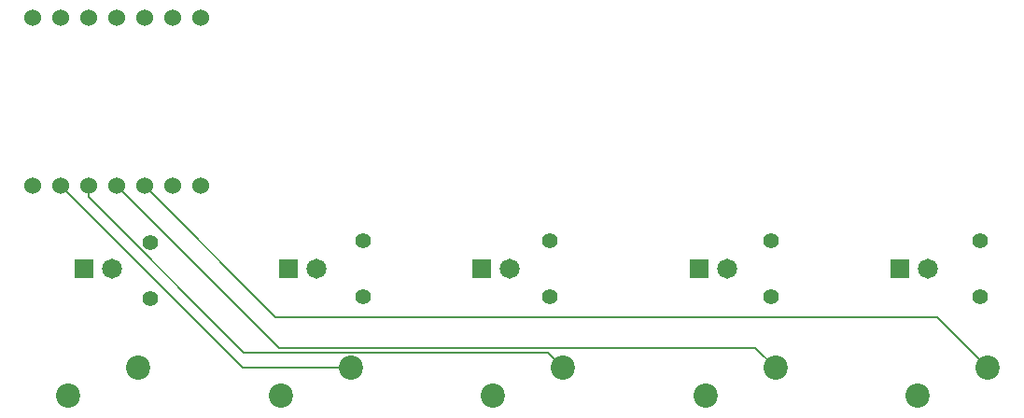
<source format=gbr>
%TF.GenerationSoftware,KiCad,Pcbnew,9.0.2*%
%TF.CreationDate,2025-07-04T18:20:36-07:00*%
%TF.ProjectId,hestia-pathfinder,68657374-6961-42d7-9061-746866696e64,rev?*%
%TF.SameCoordinates,Original*%
%TF.FileFunction,Copper,L2,Bot*%
%TF.FilePolarity,Positive*%
%FSLAX46Y46*%
G04 Gerber Fmt 4.6, Leading zero omitted, Abs format (unit mm)*
G04 Created by KiCad (PCBNEW 9.0.2) date 2025-07-04 18:20:36*
%MOMM*%
%LPD*%
G01*
G04 APERTURE LIST*
%TA.AperFunction,ComponentPad*%
%ADD10C,1.815000*%
%TD*%
%TA.AperFunction,ComponentPad*%
%ADD11R,1.815000X1.815000*%
%TD*%
%TA.AperFunction,ComponentPad*%
%ADD12C,1.400000*%
%TD*%
%TA.AperFunction,ComponentPad*%
%ADD13C,2.200000*%
%TD*%
%TA.AperFunction,ComponentPad*%
%ADD14C,1.524000*%
%TD*%
%TA.AperFunction,Conductor*%
%ADD15C,0.200000*%
%TD*%
G04 APERTURE END LIST*
D10*
%TO.P,D4,A*%
%TO.N,Net-(D4-PadA)*%
X166670000Y-115000000D03*
D11*
%TO.P,D4,C*%
%TO.N,GND*%
X164130000Y-115000000D03*
%TD*%
D12*
%TO.P,R3,1*%
%TO.N,Net-(D3-PadA)*%
X150600000Y-117540000D03*
%TO.P,R3,2*%
%TO.N,LED3*%
X150600000Y-112460000D03*
%TD*%
D13*
%TO.P,SW2,1,1*%
%TO.N,button2*%
X132500000Y-124000000D03*
%TO.P,SW2,2,2*%
%TO.N,GND*%
X126150000Y-126540000D03*
%TD*%
D12*
%TO.P,R5,1*%
%TO.N,Net-(D5-PadA)*%
X189600000Y-117540000D03*
%TO.P,R5,2*%
%TO.N,LED5*%
X189600000Y-112460000D03*
%TD*%
D10*
%TO.P,D2,A*%
%TO.N,Net-(D2-PadA)*%
X129400000Y-115000000D03*
D11*
%TO.P,D2,C*%
%TO.N,GND*%
X126860000Y-115000000D03*
%TD*%
D13*
%TO.P,SW1,1,1*%
%TO.N,button1*%
X113240000Y-124020000D03*
%TO.P,SW1,2,2*%
%TO.N,GND*%
X106890000Y-126560000D03*
%TD*%
%TO.P,SW4,1,1*%
%TO.N,button4*%
X171050000Y-124020000D03*
%TO.P,SW4,2,2*%
%TO.N,GND*%
X164700000Y-126560000D03*
%TD*%
D10*
%TO.P,D3,A*%
%TO.N,Net-(D3-PadA)*%
X146900000Y-115000000D03*
D11*
%TO.P,D3,C*%
%TO.N,GND*%
X144360000Y-115000000D03*
%TD*%
D12*
%TO.P,R2,1*%
%TO.N,Net-(D2-PadA)*%
X133600000Y-117540000D03*
%TO.P,R2,2*%
%TO.N,LED2*%
X133600000Y-112460000D03*
%TD*%
D10*
%TO.P,D5,A*%
%TO.N,Net-(D5-PadA)*%
X184900000Y-115000000D03*
D11*
%TO.P,D5,C*%
%TO.N,GND*%
X182360000Y-115000000D03*
%TD*%
D13*
%TO.P,SW5,1,1*%
%TO.N,button5*%
X190320000Y-124020000D03*
%TO.P,SW5,2,2*%
%TO.N,GND*%
X183970000Y-126560000D03*
%TD*%
D12*
%TO.P,R1,1*%
%TO.N,Net-(D1-PadA)*%
X114300000Y-112660000D03*
%TO.P,R1,2*%
%TO.N,LED1*%
X114300000Y-117740000D03*
%TD*%
D14*
%TO.P,U1,1,GPIO26/ADC0/A0*%
%TO.N,button1*%
X103680000Y-107520000D03*
%TO.P,U1,2,GPIO27/ADC1/A1*%
%TO.N,button2*%
X106220000Y-107520000D03*
%TO.P,U1,3,GPIO28/ADC2/A2*%
%TO.N,button3*%
X108760000Y-107520000D03*
%TO.P,U1,4,GPIO29/ADC3/A3*%
%TO.N,button4*%
X111300000Y-107520000D03*
%TO.P,U1,5,GPIO6/SDA*%
%TO.N,button5*%
X113840000Y-107520000D03*
%TO.P,U1,6,GPIO7/SCL*%
%TO.N,LED1*%
X116380000Y-107520000D03*
%TO.P,U1,7,GPIO0/TX*%
%TO.N,LED2*%
X118920000Y-107520000D03*
%TO.P,U1,8,GPIO1/RX*%
%TO.N,unconnected-(U1-GPIO1{slash}RX-Pad8)*%
X118920000Y-92280000D03*
%TO.P,U1,9,GPIO2/SCK*%
%TO.N,LED5*%
X116380000Y-92280000D03*
%TO.P,U1,10,GPIO4/MISO*%
%TO.N,LED4*%
X113840000Y-92280000D03*
%TO.P,U1,11,GPIO3/MOSI*%
%TO.N,LED3*%
X111300000Y-92280000D03*
%TO.P,U1,12,3V3*%
%TO.N,unconnected-(U1-3V3-Pad12)*%
X108760000Y-92280000D03*
%TO.P,U1,13,GND*%
%TO.N,GND*%
X106220000Y-92280000D03*
%TO.P,U1,14,VBUS*%
%TO.N,unconnected-(U1-VBUS-Pad14)*%
X103680000Y-92280000D03*
%TD*%
D10*
%TO.P,D1,A*%
%TO.N,Net-(D1-PadA)*%
X110900000Y-115000000D03*
D11*
%TO.P,D1,C*%
%TO.N,GND*%
X108360000Y-115000000D03*
%TD*%
D13*
%TO.P,SW3,1,1*%
%TO.N,button3*%
X151800000Y-124000000D03*
%TO.P,SW3,2,2*%
%TO.N,GND*%
X145450000Y-126540000D03*
%TD*%
D12*
%TO.P,R4,1*%
%TO.N,Net-(D4-PadA)*%
X170600000Y-117540000D03*
%TO.P,R4,2*%
%TO.N,LED4*%
X170600000Y-112460000D03*
%TD*%
D15*
%TO.N,button2*%
X122700000Y-124000000D02*
X106220000Y-107520000D01*
X132500000Y-124000000D02*
X122700000Y-124000000D01*
%TO.N,button3*%
X150399000Y-122599000D02*
X151800000Y-124000000D01*
X108760000Y-107520000D02*
X108760000Y-108535628D01*
X122823372Y-122599000D02*
X150399000Y-122599000D01*
X108760000Y-108535628D02*
X122823372Y-122599000D01*
%TO.N,button4*%
X169228000Y-122198000D02*
X171050000Y-124020000D01*
X111300000Y-107520000D02*
X125978000Y-122198000D01*
X125978000Y-122198000D02*
X169228000Y-122198000D01*
%TO.N,button5*%
X185700000Y-119400000D02*
X190320000Y-124020000D01*
X125720000Y-119400000D02*
X185700000Y-119400000D01*
X113840000Y-107520000D02*
X125720000Y-119400000D01*
%TD*%
M02*

</source>
